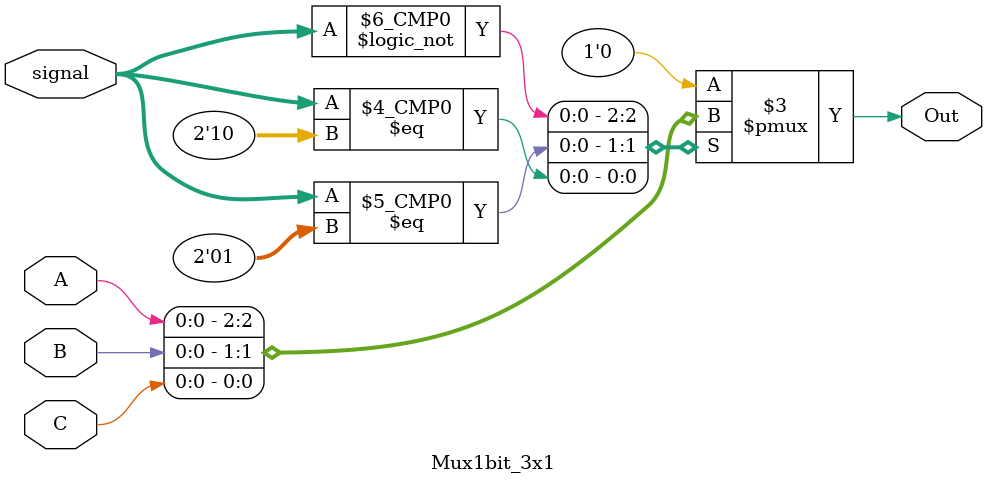
<source format=v>
`timescale 1ns / 1ps

module Mux1bit_3x1(signal, A, B, C, Out);
    input A, B, C;
    input [1:0] signal;
    output reg Out;
    
    always @(*)
    begin
        case(signal)
            2'd0: begin Out <= A; end
            2'd1: begin Out <= B; end
            2'd2: begin Out <= C; end
            default: begin Out <= 5'b0; end //error 
        endcase
    end
endmodule

</source>
